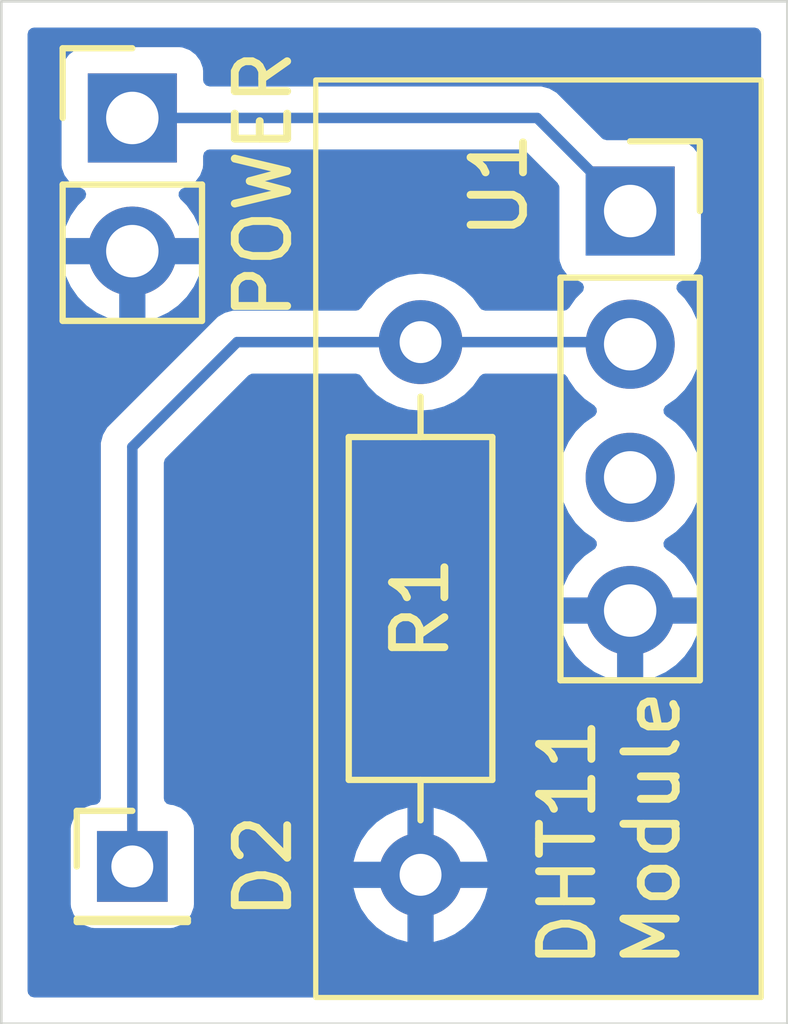
<source format=kicad_pcb>
(kicad_pcb (version 20240108) (generator "pcbnew") (generator_version "8.0")
  (layers (0 "F.Cu" signal) (31 "B.Cu" signal) (34 "B.Paste" user) (35 "F.Paste" user) (36 "B.SilkS" user "B.Silkscreen") (37 "F.SilkS" user "F.Silkscreen") (38 "B.Mask" user) (39 "F.Mask" user) (44 "Edge.Cuts" user))
  (net 0 "")
  (net 2 "GNDREF")
  (net 3 "+5V")
  (net 4 "D2")
  (footprint "Resistor_THT:R_Axial_DIN0207_L6.3mm_D2.5mm_P10.16mm_Horizontal" (layer "F.Cu") (at 134.5 45.5 -90)
    (property "Reference" "R1" (at 5.08 0 90) (layer "F.SilkS"))
    (property "Value" "10k")
    (fp_line (start 1.81 1.37) (end 8.35 1.37) (stroke (width 0.12)) (layer "F.SilkS"))
    (fp_line (start 8.35 1.37) (end 8.35 -1.37) (stroke (width 0.12)) (layer "F.SilkS"))
    (fp_line (start 1.04 0) (end 1.81 0) (stroke (width 0.12)) (layer "F.SilkS"))
    (fp_line (start 9.12 0) (end 8.35 0) (stroke (width 0.12)) (layer "F.SilkS"))
    (fp_line (start 1.81 -1.37) (end 1.81 1.37) (stroke (width 0.12)) (layer "F.SilkS"))
    (fp_line (start 8.35 -1.37) (end 1.81 -1.37) (stroke (width 0.12)) (layer "F.SilkS"))
    (pad "1" thru_hole circle (at 0 0 270) (size 1.6 1.6) (drill 0.8) (layers "*.Cu" "*.Mask") (net 4 "D2"))
    (pad "2" thru_hole oval (at 10.16 0 270) (size 1.6 1.6) (drill 0.8) (layers "*.Cu" "*.Mask") (net 2 "GNDREF"))
  )
  (footprint "Connector_PinSocket_2.54mm:PinSocket_1x04_P2.54mm_Vertical" (layer "F.Cu") (at 138.5 43)
    (property "Reference" "U1" (at -2.5 -0.5 90) (layer "F.SilkS"))
    (property "Value" "DHT11")
    (fp_line (start -1.33 1.27) (end -1.33 8.95) (stroke (width 0.12)) (layer "F.SilkS"))
    (fp_line (start -1.33 1.27) (end 1.33 1.27) (stroke (width 0.12)) (layer "F.SilkS"))
    (fp_line (start -1.33 8.95) (end 1.33 8.95) (stroke (width 0.12)) (layer "F.SilkS"))
    (fp_line (start 0 -1.33) (end 1.33 -1.33) (stroke (width 0.12)) (layer "F.SilkS"))
    (fp_line (start 1.33 -1.33) (end 1.33 0) (stroke (width 0.12)) (layer "F.SilkS"))
    (fp_line (start 1.33 1.27) (end 1.33 8.95) (stroke (width 0.12)) (layer "F.SilkS"))
    (pad "1" thru_hole rect (at 0 0) (size 1.7 1.7) (drill 1) (layers "*.Cu" "*.Mask") (net 3 "+5V"))
    (pad "2" thru_hole oval (at 0 2.54) (size 1.7 1.7) (drill 1) (layers "*.Cu" "*.Mask") (net 4 "D2"))
    (pad "3" thru_hole oval (at 0 5.08) (size 1.7 1.7) (drill 1) (layers "*.Cu" "*.Mask"))
    (pad "4" thru_hole oval (at 0 7.62) (size 1.7 1.7) (drill 1) (layers "*.Cu" "*.Mask") (net 2 "GNDREF"))
  )
  (footprint "Connector_PinHeader_2.54mm:PinHeader_1x02_P2.54mm_Vertical" (layer "F.Cu") (at 129 41.225)
    (property "Reference" "J1")
    (property "Value" "POWER" (at 2.5 1.275 90) (layer "F.SilkS"))
    (fp_line (start -1.33 -1.33) (end 0 -1.33) (stroke (width 0.12)) (layer "F.SilkS"))
    (fp_line (start -1.33 0) (end -1.33 -1.33) (stroke (width 0.12)) (layer "F.SilkS"))
    (fp_line (start -1.33 1.27) (end -1.33 3.87) (stroke (width 0.12)) (layer "F.SilkS"))
    (fp_line (start -1.33 1.27) (end 1.33 1.27) (stroke (width 0.12)) (layer "F.SilkS"))
    (fp_line (start -1.33 3.87) (end 1.33 3.87) (stroke (width 0.12)) (layer "F.SilkS"))
    (fp_line (start 1.33 1.27) (end 1.33 3.87) (stroke (width 0.12)) (layer "F.SilkS"))
    (pad "1" thru_hole rect (at 0 0) (size 1.7 1.7) (drill 1) (layers "*.Cu" "*.Mask") (net 3 "+5V"))
    (pad "2" thru_hole oval (at 0 2.54) (size 1.7 1.7) (drill 1) (layers "*.Cu" "*.Mask") (net 2 "GNDREF"))
  )
  (footprint "Connector_PinHeader_2.00mm:PinHeader_1x01_P2.00mm_Vertical" (layer "F.Cu") (at 129 55.5)
    (property "Reference" "J2")
    (property "Value" "D2" (at 2.5 0 90) (layer "F.SilkS"))
    (fp_line (start -1.06 -1.06) (end 0 -1.06) (stroke (width 0.12)) (layer "F.SilkS"))
    (fp_line (start -1.06 0) (end -1.06 -1.06) (stroke (width 0.12)) (layer "F.SilkS"))
    (fp_line (start -1.06 1) (end -1.06 1.06) (stroke (width 0.12)) (layer "F.SilkS"))
    (fp_line (start -1.06 1) (end 1.06 1) (stroke (width 0.12)) (layer "F.SilkS"))
    (fp_line (start -1.06 1.06) (end 1.06 1.06) (stroke (width 0.12)) (layer "F.SilkS"))
    (fp_line (start 1.06 1) (end 1.06 1.06) (stroke (width 0.12)) (layer "F.SilkS"))
    (pad "1" thru_hole rect (at 0 0) (size 1.35 1.35) (drill 0.8) (layers "*.Cu" "*.Mask") (net 4 "D2"))
  )
  (gr_rect (start 132.5 40.5) (end 141 58) (stroke (width 0.1)) (fill none) (layer "F.SilkS"))
  (gr_rect (start 126.5 39) (end 141.5 58.5) (stroke (width 0.05)) (fill none) (layer "Edge.Cuts"))
  (gr_text "DHT11\nModule" (at 139.5 57.5 90) (layer "F.SilkS") (effects (font (size 1 1)) (justify left bottom)))
  (segment (start 136.725 41.225) (end 138.5 43) (width 0.2) (layer "B.Cu") (net 3))
  (segment (start 129 41.225) (end 136.725 41.225) (width 0.2) (layer "B.Cu") (net 3))
  (segment (start 138.46 45.5) (end 138.5 45.54) (width 0.2) (layer "F.Cu") (net 4))
  (segment (start 129 47.5) (end 131 45.5) (width 0.2) (layer "B.Cu") (net 4))
  (segment (start 129 55.5) (end 129 47.5) (width 0.2) (layer "B.Cu") (net 4))
  (segment (start 134.5 45.5) (end 138.46 45.5) (width 0.2) (layer "B.Cu") (net 4))
  (segment (start 131 45.5) (end 134.5 45.5) (width 0.2) (layer "B.Cu") (net 4))
  (zone (net 2) (net_name "GNDREF") (layer "B.Cu") (connect_pads (clearance 0.5)) (min_thickness 0.25) (fill yes (thermal_gap 0.5) (thermal_bridge_width 0.5))
    (polygon (pts (xy 141 39.5) (xy 127 39.5) (xy 127 58) (xy 141 58)))
  )
)
</source>
